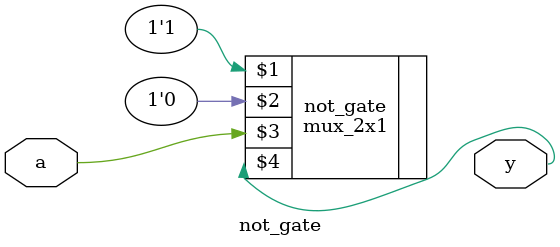
<source format=v>
module not_gate (
	input a,
	output y
);

mux_2x1 not_gate (1'b1, 1'b0, a, y);

endmodule

</source>
